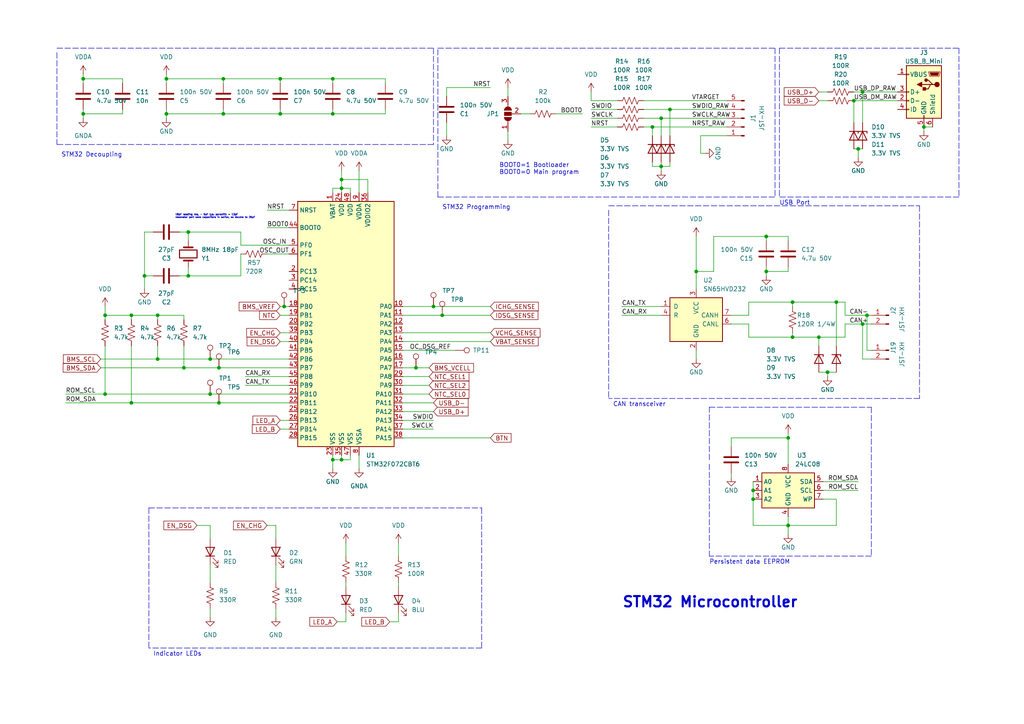
<source format=kicad_sch>
(kicad_sch (version 20211123) (generator eeschema)
  (paper "A4")
  (lib_symbols
    (symbol "Connector:Conn_01x02_Male" (pin_names (offset 1.016) hide)
      (property "Reference" "J" (at 0 2.54 0))
      (property "Value" "Conn_01x02_Male" (at 0 -5.08 0))
      (symbol "Conn_01x02_Male_1_1"
        (pin passive line (at 5.08 0 180) (length 3.81) (name "Pin_1") (number "1"))
        (pin passive line (at 5.08 -2.54 180) (length 3.81) (name "Pin_2") (number "2"))
      )
    )
    (symbol "Connector:Conn_01x05_Male" (pin_names (offset 1.016) hide)
      (property "Reference" "J" (at 0 7.62 0))
      (property "Value" "Conn_01x05_Male" (at 0 -7.62 0))
      (symbol "Conn_01x05_Male_1_1"
        (pin passive line (at 5.08 5.08 180) (length 3.81) (name "Pin_1") (number "1"))
        (pin passive line (at 5.08 2.54 180) (length 3.81) (name "Pin_2") (number "2"))
        (pin passive line (at 5.08 0 180) (length 3.81) (name "Pin_3") (number "3"))
        (pin passive line (at 5.08 -2.54 180) (length 3.81) (name "Pin_4") (number "4"))
        (pin passive line (at 5.08 -5.08 180) (length 3.81) (name "Pin_5") (number "5"))
      )
    )
    (symbol "Connector:TestPoint" (pin_numbers hide) (pin_names (offset 0.762) hide)
      (property "Reference" "TP" (at 0 6.858 0))
      (property "Value" "TestPoint" (at 0 5.08 0))
      (symbol "TestPoint_1_1"
        (pin passive line (at 0 0 90) (length 2.54) (name "1") (number "1"))
      )
    )
    (symbol "Connector:USB_B_Mini" (pin_names (offset 1.016))
      (property "Reference" "J" (at -5.08 11.43 0))
      (property "Value" "USB_B_Mini" (at -5.08 8.89 0))
      (symbol "USB_B_Mini_1_1"
        (pin power_out line (at 7.62 5.08 180) (length 2.54) (name "VBUS") (number "1"))
        (pin bidirectional line (at 7.62 -2.54 180) (length 2.54) (name "D-") (number "2"))
        (pin bidirectional line (at 7.62 0 180) (length 2.54) (name "D+") (number "3"))
        (pin passive line (at 7.62 -5.08 180) (length 2.54) (name "ID") (number "4"))
        (pin power_out line (at 0 -10.16 90) (length 2.54) (name "GND") (number "5"))
        (pin passive line (at -2.54 -10.16 90) (length 2.54) (name "Shield") (number "6"))
      )
    )
    (symbol "Device:C" (pin_numbers hide) (pin_names (offset 0.254))
      (property "Reference" "C" (at 0.635 2.54 0))
      (property "Value" "C" (at 0.635 -2.54 0))
      (symbol "C_1_1"
        (pin passive line (at 0 3.81 270) (length 2.794) (name "~") (number "1"))
        (pin passive line (at 0 -3.81 90) (length 2.794) (name "~") (number "2"))
      )
    )
    (symbol "Device:Crystal" (pin_numbers hide) (pin_names (offset 1.016) hide)
      (property "Reference" "Y" (at 0 3.81 0))
      (property "Value" "Crystal" (at 0 -3.81 0))
      (symbol "Crystal_1_1"
        (pin passive line (at -3.81 0 0) (length 1.27) (name "1") (number "1"))
        (pin passive line (at 3.81 0 180) (length 1.27) (name "2") (number "2"))
      )
    )
    (symbol "Device:LED" (pin_numbers hide) (pin_names (offset 1.016) hide)
      (property "Reference" "D" (at 0 2.54 0))
      (property "Value" "LED" (at 0 -2.54 0))
      (symbol "LED_1_1"
        (pin passive line (at -3.81 0 0) (length 2.54) (name "K") (number "1"))
        (pin passive line (at 3.81 0 180) (length 2.54) (name "A") (number "2"))
      )
    )
    (symbol "Device:R_US" (pin_numbers hide) (pin_names (offset 0))
      (property "Reference" "R" (at 2.54 0 90))
      (property "Value" "R_US" (at -2.54 0 90))
      (symbol "R_US_1_1"
        (pin passive line (at 0 3.81 270) (length 1.27) (name "~") (number "1"))
        (pin passive line (at 0 -3.81 90) (length 1.27) (name "~") (number "2"))
      )
    )
    (symbol "Diode:ESD5Zxx" (pin_numbers hide) (pin_names hide)
      (property "Reference" "D" (at 0 2.54 0))
      (property "Value" "ESD5Zxx" (at 0 -2.54 0))
      (symbol "ESD5Zxx_1_1"
        (pin passive line (at -3.81 0 0) (length 2.54) (name "K") (number "1"))
        (pin passive line (at 3.81 0 180) (length 2.54) (name "A") (number "2"))
      )
    )
    (symbol "Interface_CAN_LIN:SN65HVD232" (pin_names (offset 1.016))
      (property "Reference" "U" (at -2.54 10.16 0))
      (property "Value" "SN65HVD232" (at -2.54 7.62 0))
      (symbol "SN65HVD232_1_1"
        (pin input line (at -10.16 2.54 0) (length 2.54) (name "D") (number "1"))
        (pin power_in line (at 0 -10.16 90) (length 2.54) (name "GND") (number "2"))
        (pin power_in line (at 0 7.62 270) (length 2.54) (name "VCC") (number "3"))
        (pin output line (at -10.16 0 0) (length 2.54) (name "R") (number "4"))
        (pin no_connect line (at -10.16 -2.54 0) (length 2.54) hide (name "NC") (number "5"))
        (pin bidirectional line (at 10.16 -2.54 180) (length 2.54) (name "CANL") (number "6"))
        (pin bidirectional line (at 10.16 0 180) (length 2.54) (name "CANH") (number "7"))
        (pin no_connect line (at -10.16 -5.08 0) (length 2.54) hide (name "NC") (number "8"))
      )
    )
    (symbol "Jumper:SolderJumper_3_Open" (pin_names (offset 0) hide)
      (property "Reference" "JP" (at -2.54 -2.54 0))
      (property "Value" "SolderJumper_3_Open" (at 0 2.794 0))
      (symbol "SolderJumper_3_Open_1_1"
        (pin passive line (at -5.08 0 0) (length 2.54) (name "A") (number "1"))
        (pin passive line (at 0 -3.81 90) (length 2.54) (name "C") (number "2"))
        (pin passive line (at 5.08 0 180) (length 2.54) (name "B") (number "3"))
      )
    )
    (symbol "MCU_ST_STM32F0:STM32F072C8Tx"
      (property "Reference" "U" (at -15.24 36.83 0))
      (property "Value" "STM32F072C8Tx" (at 7.62 36.83 0))
      (symbol "STM32F072C8Tx_1_1"
        (pin power_in line (at -5.08 38.1 270) (length 2.54) (name "VBAT") (number "1"))
        (pin bidirectional line (at 15.24 5.08 180) (length 2.54) (name "PA0") (number "10"))
        (pin bidirectional line (at 15.24 2.54 180) (length 2.54) (name "PA1") (number "11"))
        (pin bidirectional line (at 15.24 0 180) (length 2.54) (name "PA2") (number "12"))
        (pin bidirectional line (at 15.24 -2.54 180) (length 2.54) (name "PA3") (number "13"))
        (pin bidirectional line (at 15.24 -5.08 180) (length 2.54) (name "PA4") (number "14"))
        (pin bidirectional line (at 15.24 -7.62 180) (length 2.54) (name "PA5") (number "15"))
        (pin bidirectional line (at 15.24 -10.16 180) (length 2.54) (name "PA6") (number "16"))
        (pin bidirectional line (at 15.24 -12.7 180) (length 2.54) (name "PA7") (number "17"))
        (pin bidirectional line (at -17.78 5.08 0) (length 2.54) (name "PB0") (number "18"))
        (pin bidirectional line (at -17.78 2.54 0) (length 2.54) (name "PB1") (number "19"))
        (pin bidirectional line (at -17.78 15.24 0) (length 2.54) (name "PC13") (number "2"))
        (pin bidirectional line (at -17.78 0 0) (length 2.54) (name "PB2") (number "20"))
        (pin bidirectional line (at -17.78 -20.32 0) (length 2.54) (name "PB10") (number "21"))
        (pin bidirectional line (at -17.78 -22.86 0) (length 2.54) (name "PB11") (number "22"))
        (pin power_in line (at -5.08 -38.1 90) (length 2.54) (name "VSS") (number "23"))
        (pin power_in line (at -2.54 38.1 270) (length 2.54) (name "VDD") (number "24"))
        (pin bidirectional line (at -17.78 -25.4 0) (length 2.54) (name "PB12") (number "25"))
        (pin bidirectional line (at -17.78 -27.94 0) (length 2.54) (name "PB13") (number "26"))
        (pin bidirectional line (at -17.78 -30.48 0) (length 2.54) (name "PB14") (number "27"))
        (pin bidirectional line (at -17.78 -33.02 0) (length 2.54) (name "PB15") (number "28"))
        (pin bidirectional line (at 15.24 -15.24 180) (length 2.54) (name "PA8") (number "29"))
        (pin bidirectional line (at -17.78 12.7 0) (length 2.54) (name "PC14") (number "3"))
        (pin bidirectional line (at 15.24 -17.78 180) (length 2.54) (name "PA9") (number "30"))
        (pin bidirectional line (at 15.24 -20.32 180) (length 2.54) (name "PA10") (number "31"))
        (pin bidirectional line (at 15.24 -22.86 180) (length 2.54) (name "PA11") (number "32"))
        (pin bidirectional line (at 15.24 -25.4 180) (length 2.54) (name "PA12") (number "33"))
        (pin bidirectional line (at 15.24 -27.94 180) (length 2.54) (name "PA13") (number "34"))
        (pin power_in line (at -2.54 -38.1 90) (length 2.54) (name "VSS") (number "35"))
        (pin power_in line (at 5.08 38.1 270) (length 2.54) (name "VDDIO2") (number "36"))
        (pin bidirectional line (at 15.24 -30.48 180) (length 2.54) (name "PA14") (number "37"))
        (pin bidirectional line (at 15.24 -33.02 180) (length 2.54) (name "PA15") (number "38"))
        (pin bidirectional line (at -17.78 -2.54 0) (length 2.54) (name "PB3") (number "39"))
        (pin bidirectional line (at -17.78 10.16 0) (length 2.54) (name "PC15") (number "4"))
        (pin bidirectional line (at -17.78 -5.08 0) (length 2.54) (name "PB4") (number "40"))
        (pin bidirectional line (at -17.78 -7.62 0) (length 2.54) (name "PB5") (number "41"))
        (pin bidirectional line (at -17.78 -10.16 0) (length 2.54) (name "PB6") (number "42"))
        (pin bidirectional line (at -17.78 -12.7 0) (length 2.54) (name "PB7") (number "43"))
        (pin input line (at -17.78 27.94 0) (length 2.54) (name "BOOT0") (number "44"))
        (pin bidirectional line (at -17.78 -15.24 0) (length 2.54) (name "PB8") (number "45"))
        (pin bidirectional line (at -17.78 -17.78 0) (length 2.54) (name "PB9") (number "46"))
        (pin power_in line (at 0 -38.1 90) (length 2.54) (name "VSS") (number "47"))
        (pin power_in line (at 0 38.1 270) (length 2.54) (name "VDD") (number "48"))
        (pin input line (at -17.78 22.86 0) (length 2.54) (name "PF0") (number "5"))
        (pin input line (at -17.78 20.32 0) (length 2.54) (name "PF1") (number "6"))
        (pin input line (at -17.78 33.02 0) (length 2.54) (name "NRST") (number "7"))
        (pin power_in line (at 2.54 -38.1 90) (length 2.54) (name "VSSA") (number "8"))
        (pin power_in line (at 2.54 38.1 270) (length 2.54) (name "VDDA") (number "9"))
      )
    )
    (symbol "Memory_EEPROM:24LC08"
      (property "Reference" "U" (at -6.35 6.35 0))
      (property "Value" "24LC08" (at 1.27 6.35 0))
      (symbol "24LC08_1_1"
        (pin input line (at -10.16 2.54 0) (length 2.54) (name "A0") (number "1"))
        (pin input line (at -10.16 0 0) (length 2.54) (name "A1") (number "2"))
        (pin input line (at -10.16 -2.54 0) (length 2.54) (name "A2") (number "3"))
        (pin power_in line (at 0 -7.62 90) (length 2.54) (name "GND") (number "4"))
        (pin bidirectional line (at 10.16 2.54 180) (length 2.54) (name "SDA") (number "5"))
        (pin input line (at 10.16 0 180) (length 2.54) (name "SCL") (number "6"))
        (pin input line (at 10.16 -2.54 180) (length 2.54) (name "WP") (number "7"))
        (pin power_in line (at 0 7.62 270) (length 2.54) (name "VCC") (number "8"))
      )
    )
    (symbol "power:GND" (power) (pin_names (offset 0))
      (property "Value" "GND" (at 0 -3.81 0))
      (symbol "GND_1_1"
        (pin power_in line (at 0 0 270) (length 0) hide (name "GND") (number "1"))
      )
    )
    (symbol "power:GNDA" (power) (pin_names (offset 0))
      (property "Value" "GNDA" (at 0 -3.81 0))
      (symbol "GNDA_1_1"
        (pin power_in line (at 0 0 270) (length 0) hide (name "GNDA") (number "1"))
      )
    )
    (symbol "power:VDD" (power) (pin_names (offset 0))
      (property "Value" "VDD" (at 0 3.81 0))
      (symbol "VDD_1_1"
        (pin power_in line (at 0 0 90) (length 0) hide (name "VDD") (number "1"))
      )
    )
    (symbol "power:VDDA" (power) (pin_names (offset 0))
      (property "Value" "VDDA" (at 0 3.81 0))
      (symbol "VDDA_1_1"
        (pin power_in line (at 0 0 90) (length 0) hide (name "VDDA") (number "1"))
      )
    )
  )
  (junction (at 24.13 33.02))
  (junction (at 267.97 36.83))
  (junction (at 38.1 116.84))
  (junction (at 228.6 127))
  (junction (at 191.77 48.26))
  (junction (at 63.5 106.68))
  (junction (at 48.26 33.02))
  (junction (at 218.44 142.24))
  (junction (at 81.28 33.02))
  (junction (at 250.19 26.67))
  (junction (at 128.27 91.44))
  (junction (at 60.96 104.14))
  (junction (at 229.87 87.63))
  (junction (at 222.25 68.58))
  (junction (at 99.06 52.07))
  (junction (at 222.25 78.74))
  (junction (at 38.1 91.44))
  (junction (at 99.06 133.35))
  (junction (at 250.19 93.98))
  (junction (at 228.6 152.4))
  (junction (at 81.28 22.86))
  (junction (at 63.5 116.84))
  (junction (at 53.34 106.68))
  (junction (at 45.72 91.44))
  (junction (at 96.52 33.02))
  (junction (at 125.73 88.9))
  (junction (at 96.52 22.86))
  (junction (at 240.03 107.95))
  (junction (at 247.65 29.21))
  (junction (at 64.77 22.86))
  (junction (at 30.48 114.3))
  (junction (at 60.96 114.3))
  (junction (at 64.77 33.02))
  (junction (at 82.429 88.9))
  (junction (at 242.57 87.63))
  (junction (at 189.23 36.83))
  (junction (at 41.91 80.01))
  (junction (at 99.06 54.61))
  (junction (at 251.46 91.44))
  (junction (at 30.48 91.44))
  (junction (at 45.72 104.14))
  (junction (at 48.26 22.86))
  (junction (at 120.65 106.68))
  (junction (at 54.61 67.31))
  (junction (at 229.87 97.79))
  (junction (at 218.44 144.78))
  (junction (at 54.61 80.01))
  (junction (at 194.31 31.75))
  (junction (at 201.93 78.74))
  (junction (at 96.52 133.35))
  (junction (at 191.77 34.29))
  (junction (at 248.92 43.18))
  (junction (at 24.13 22.86))
  (junction (at 237.49 97.79))
  (wire (pts (xy 245.11 93.98) (xy 250.19 93.98)))
  (wire (pts (xy 99.06 54.61) (xy 101.6 54.61)))
  (wire (pts (xy 71.12 111.76) (xy 83.82 111.76)))
  (wire (pts (xy 116.84 116.84) (xy 125.73 116.84)))
  (wire (pts (xy 207.01 68.58) (xy 207.01 78.74)))
  (wire (pts (xy 35.56 33.02) (xy 24.13 33.02)))
  (wire (pts (xy 100.33 157.48) (xy 100.33 161.29)))
  (wire (pts (xy 228.6 77.47) (xy 228.6 78.74)))
  (wire (pts (xy 128.27 91.44) (xy 142.24 91.44)))
  (wire (pts (xy 237.49 107.95) (xy 240.03 107.95)))
  (wire (pts (xy 161.29 33.02) (xy 168.91 33.02)))
  (wire (pts (xy 212.09 91.44) (xy 217.17 91.44)))
  (wire (pts (xy 115.57 180.34) (xy 115.57 177.8)))
  (wire (pts (xy 104.14 49.53) (xy 104.14 55.88)))
  (wire (pts (xy 38.1 91.44) (xy 30.48 91.44)))
  (wire (pts (xy 30.48 114.3) (xy 60.96 114.3)))
  (wire (pts (xy 171.45 29.21) (xy 179.07 29.21)))
  (wire (pts (xy 24.13 22.86) (xy 35.56 22.86)))
  (wire (pts (xy 38.1 91.44) (xy 45.72 91.44)))
  (wire (pts (xy 80.01 176.53) (xy 80.01 179.07)))
  (wire (pts (xy 57.15 152.4) (xy 60.96 152.4)))
  (polyline (pts (xy 139.7 147.32) (xy 139.7 187.96)))
  (wire (pts (xy 81.28 96.52) (xy 83.82 96.52)))
  (polyline (pts (xy 127 57.15) (xy 127 13.97)))
  (wire (pts (xy 151.13 33.02) (xy 153.67 33.02)))
  (wire (pts (xy 96.52 55.88) (xy 96.52 54.61)))
  (wire (pts (xy 80.01 163.83) (xy 80.01 168.91)))
  (wire (pts (xy 44.45 80.01) (xy 41.91 80.01)))
  (polyline (pts (xy 205.74 134.62) (xy 205.74 161.29)))
  (polyline (pts (xy 266.7 59.69) (xy 266.7 115.57)))
  (wire (pts (xy 186.69 29.21) (xy 210.82 29.21)))
  (wire (pts (xy 48.26 33.02) (xy 48.26 34.29)))
  (wire (pts (xy 248.92 43.18) (xy 248.92 45.72)))
  (wire (pts (xy 203.2 44.45) (xy 203.2 39.37)))
  (wire (pts (xy 218.44 139.7) (xy 218.44 142.24)))
  (wire (pts (xy 201.93 78.74) (xy 201.93 83.82)))
  (polyline (pts (xy 205.74 118.11) (xy 252.73 118.11)))
  (wire (pts (xy 113.03 180.34) (xy 115.57 180.34)))
  (wire (pts (xy 38.1 116.84) (xy 63.5 116.84)))
  (wire (pts (xy 52.07 80.01) (xy 54.61 80.01)))
  (wire (pts (xy 120.65 106.68) (xy 124.46 106.68)))
  (wire (pts (xy 245.11 91.44) (xy 251.46 91.44)))
  (wire (pts (xy 96.52 33.02) (xy 111.76 33.02)))
  (wire (pts (xy 237.49 29.21) (xy 240.03 29.21)))
  (polyline (pts (xy 278.13 13.97) (xy 278.13 57.15)))
  (wire (pts (xy 228.6 152.4) (xy 228.6 149.86)))
  (polyline (pts (xy 43.18 147.32) (xy 43.18 187.96)))
  (wire (pts (xy 191.77 48.26) (xy 194.31 48.26)))
  (wire (pts (xy 54.61 67.31) (xy 69.85 67.31)))
  (wire (pts (xy 38.1 100.33) (xy 38.1 116.84)))
  (wire (pts (xy 242.57 144.78) (xy 242.57 152.4)))
  (wire (pts (xy 250.19 104.14) (xy 250.19 93.98)))
  (wire (pts (xy 60.96 163.83) (xy 60.96 168.91)))
  (wire (pts (xy 229.87 97.79) (xy 229.87 96.52)))
  (wire (pts (xy 41.91 67.31) (xy 44.45 67.31)))
  (wire (pts (xy 250.19 93.98) (xy 252.73 93.98)))
  (wire (pts (xy 116.84 111.76) (xy 124.46 111.76)))
  (wire (pts (xy 217.17 91.44) (xy 217.17 87.63)))
  (wire (pts (xy 96.52 22.86) (xy 96.52 24.13)))
  (polyline (pts (xy 16.51 13.97) (xy 125.73 13.97)))
  (wire (pts (xy 116.84 99.06) (xy 142.24 99.06)))
  (wire (pts (xy 228.6 69.85) (xy 228.6 68.58)))
  (wire (pts (xy 240.03 107.95) (xy 242.57 107.95)))
  (wire (pts (xy 54.61 80.01) (xy 69.85 80.01)))
  (wire (pts (xy 48.26 33.02) (xy 64.77 33.02)))
  (wire (pts (xy 81.28 124.46) (xy 83.82 124.46)))
  (wire (pts (xy 212.09 129.54) (xy 212.09 127)))
  (wire (pts (xy 247.65 29.21) (xy 260.35 29.21)))
  (wire (pts (xy 247.65 29.21) (xy 247.65 35.56)))
  (wire (pts (xy 228.6 68.58) (xy 222.25 68.58)))
  (wire (pts (xy 207.01 78.74) (xy 201.93 78.74)))
  (polyline (pts (xy 176.53 59.69) (xy 266.7 59.69)))
  (wire (pts (xy 24.13 21.59) (xy 24.13 22.86)))
  (wire (pts (xy 45.72 100.33) (xy 45.72 104.14)))
  (wire (pts (xy 180.34 91.44) (xy 191.77 91.44)))
  (wire (pts (xy 116.84 91.44) (xy 128.27 91.44)))
  (polyline (pts (xy 16.51 15.24) (xy 16.51 41.91)))
  (wire (pts (xy 129.54 25.4) (xy 142.24 25.4)))
  (wire (pts (xy 111.76 22.86) (xy 111.76 24.13)))
  (wire (pts (xy 24.13 33.02) (xy 24.13 31.75)))
  (wire (pts (xy 97.79 180.34) (xy 100.33 180.34)))
  (wire (pts (xy 63.5 116.84) (xy 83.82 116.84)))
  (wire (pts (xy 81.28 99.06) (xy 83.82 99.06)))
  (wire (pts (xy 60.96 114.3) (xy 83.82 114.3)))
  (wire (pts (xy 30.48 100.33) (xy 30.48 114.3)))
  (wire (pts (xy 35.56 33.02) (xy 35.56 31.75)))
  (wire (pts (xy 19.05 114.3) (xy 30.48 114.3)))
  (wire (pts (xy 81.28 91.44) (xy 83.82 91.44)))
  (wire (pts (xy 186.69 36.83) (xy 189.23 36.83)))
  (wire (pts (xy 80.01 152.4) (xy 80.01 156.21)))
  (wire (pts (xy 247.65 26.67) (xy 250.19 26.67)))
  (wire (pts (xy 204.47 44.45) (xy 203.2 44.45)))
  (wire (pts (xy 171.45 36.83) (xy 179.07 36.83)))
  (polyline (pts (xy 176.53 60.96) (xy 176.53 115.57)))
  (wire (pts (xy 238.76 142.24) (xy 248.92 142.24)))
  (wire (pts (xy 218.44 144.78) (xy 218.44 152.4)))
  (polyline (pts (xy 125.73 41.91) (xy 16.51 41.91)))
  (wire (pts (xy 81.28 22.86) (xy 81.28 24.13)))
  (wire (pts (xy 191.77 46.99) (xy 191.77 48.26)))
  (wire (pts (xy 116.84 114.3) (xy 124.46 114.3)))
  (wire (pts (xy 116.84 106.68) (xy 120.65 106.68)))
  (polyline (pts (xy 127 57.15) (xy 224.79 57.15)))
  (wire (pts (xy 116.84 101.6) (xy 132.08 101.6)))
  (wire (pts (xy 41.91 83.82) (xy 41.91 80.01)))
  (wire (pts (xy 60.96 152.4) (xy 60.96 156.21)))
  (wire (pts (xy 60.96 104.14) (xy 83.82 104.14)))
  (wire (pts (xy 237.49 26.67) (xy 240.03 26.67)))
  (wire (pts (xy 101.6 133.35) (xy 99.06 133.35)))
  (wire (pts (xy 228.6 127) (xy 228.6 134.62)))
  (wire (pts (xy 96.52 54.61) (xy 99.06 54.61)))
  (wire (pts (xy 240.03 107.95) (xy 240.03 109.22)))
  (wire (pts (xy 48.26 33.02) (xy 48.26 31.75)))
  (wire (pts (xy 248.92 43.18) (xy 250.19 43.18)))
  (wire (pts (xy 116.84 127) (xy 142.24 127)))
  (wire (pts (xy 99.06 49.53) (xy 99.06 52.07)))
  (wire (pts (xy 191.77 48.26) (xy 191.77 49.53)))
  (wire (pts (xy 60.96 176.53) (xy 60.96 179.07)))
  (polyline (pts (xy 226.06 13.97) (xy 278.13 13.97)))
  (wire (pts (xy 191.77 39.37) (xy 191.77 34.29)))
  (wire (pts (xy 147.32 25.4) (xy 147.32 27.94)))
  (wire (pts (xy 81.28 33.02) (xy 96.52 33.02)))
  (wire (pts (xy 218.44 142.24) (xy 218.44 144.78)))
  (wire (pts (xy 222.25 78.74) (xy 222.25 80.01)))
  (wire (pts (xy 81.28 33.02) (xy 81.28 31.75)))
  (polyline (pts (xy 226.06 13.97) (xy 226.06 57.15)))
  (wire (pts (xy 194.31 31.75) (xy 194.31 39.37)))
  (wire (pts (xy 212.09 137.16) (xy 212.09 138.43)))
  (wire (pts (xy 186.69 34.29) (xy 191.77 34.29)))
  (wire (pts (xy 96.52 133.35) (xy 99.06 133.35)))
  (wire (pts (xy 207.01 68.58) (xy 222.25 68.58)))
  (wire (pts (xy 217.17 87.63) (xy 229.87 87.63)))
  (wire (pts (xy 252.73 101.6) (xy 251.46 101.6)))
  (polyline (pts (xy 127 13.97) (xy 224.79 13.97)))
  (wire (pts (xy 129.54 35.56) (xy 129.54 39.37)))
  (wire (pts (xy 48.26 22.86) (xy 48.26 24.13)))
  (wire (pts (xy 217.17 93.98) (xy 217.17 97.79)))
  (wire (pts (xy 96.52 132.08) (xy 96.52 133.35)))
  (wire (pts (xy 29.21 104.14) (xy 45.72 104.14)))
  (wire (pts (xy 45.72 104.14) (xy 60.96 104.14)))
  (wire (pts (xy 242.57 87.63) (xy 245.11 87.63)))
  (wire (pts (xy 201.93 101.6) (xy 201.93 104.14)))
  (wire (pts (xy 194.31 48.26) (xy 194.31 46.99)))
  (wire (pts (xy 251.46 101.6) (xy 251.46 91.44)))
  (wire (pts (xy 180.34 88.9) (xy 191.77 88.9)))
  (wire (pts (xy 99.06 55.88) (xy 99.06 54.61)))
  (polyline (pts (xy 252.73 161.29) (xy 205.74 161.29)))
  (wire (pts (xy 201.93 68.58) (xy 201.93 78.74)))
  (wire (pts (xy 116.84 124.46) (xy 125.73 124.46)))
  (wire (pts (xy 101.6 132.08) (xy 101.6 133.35)))
  (wire (pts (xy 116.84 96.52) (xy 142.24 96.52)))
  (wire (pts (xy 247.65 43.18) (xy 248.92 43.18)))
  (wire (pts (xy 38.1 92.71) (xy 38.1 91.44)))
  (wire (pts (xy 96.52 22.86) (xy 111.76 22.86)))
  (wire (pts (xy 69.85 71.12) (xy 69.85 67.31)))
  (wire (pts (xy 267.97 36.83) (xy 270.51 36.83)))
  (polyline (pts (xy 224.79 13.97) (xy 224.79 57.15)))
  (wire (pts (xy 81.28 121.92) (xy 83.82 121.92)))
  (polyline (pts (xy 205.74 133.35) (xy 205.74 118.11)))
  (wire (pts (xy 81.28 22.86) (xy 96.52 22.86)))
  (wire (pts (xy 54.61 67.31) (xy 52.07 67.31)))
  (wire (pts (xy 242.57 152.4) (xy 228.6 152.4)))
  (wire (pts (xy 83.82 71.12) (xy 69.85 71.12)))
  (wire (pts (xy 69.85 73.66) (xy 69.85 80.01)))
  (wire (pts (xy 242.57 87.63) (xy 242.57 100.33)))
  (wire (pts (xy 45.72 92.71) (xy 45.72 91.44)))
  (wire (pts (xy 30.48 91.44) (xy 30.48 92.71)))
  (wire (pts (xy 238.76 139.7) (xy 248.92 139.7)))
  (wire (pts (xy 30.48 88.9) (xy 30.48 91.44)))
  (wire (pts (xy 212.09 93.98) (xy 217.17 93.98)))
  (wire (pts (xy 171.45 26.67) (xy 171.45 29.21)))
  (wire (pts (xy 111.76 33.02) (xy 111.76 31.75)))
  (wire (pts (xy 171.45 34.29) (xy 179.07 34.29)))
  (polyline (pts (xy 125.73 13.97) (xy 125.73 41.91)))
  (wire (pts (xy 83.82 66.04) (xy 77.47 66.04)))
  (wire (pts (xy 82.429 88.9) (xy 83.82 88.9)))
  (wire (pts (xy 115.57 157.48) (xy 115.57 161.29)))
  (wire (pts (xy 48.26 22.86) (xy 64.77 22.86)))
  (wire (pts (xy 35.56 22.86) (xy 35.56 24.13)))
  (polyline (pts (xy 139.7 187.96) (xy 43.18 187.96)))
  (wire (pts (xy 222.25 69.85) (xy 222.25 68.58)))
  (wire (pts (xy 189.23 46.99) (xy 189.23 48.26)))
  (wire (pts (xy 24.13 22.86) (xy 24.13 24.13)))
  (wire (pts (xy 54.61 80.01) (xy 54.61 77.47)))
  (wire (pts (xy 106.68 52.07) (xy 106.68 55.88)))
  (wire (pts (xy 45.72 91.44) (xy 53.34 91.44)))
  (wire (pts (xy 115.57 168.91) (xy 115.57 170.18)))
  (wire (pts (xy 237.49 97.79) (xy 237.49 100.33)))
  (wire (pts (xy 77.47 73.66) (xy 83.82 73.66)))
  (wire (pts (xy 77.47 152.4) (xy 80.01 152.4)))
  (wire (pts (xy 238.76 144.78) (xy 242.57 144.78)))
  (wire (pts (xy 147.32 40.64) (xy 147.32 38.1)))
  (wire (pts (xy 64.77 33.02) (xy 81.28 33.02)))
  (wire (pts (xy 64.77 33.02) (xy 64.77 31.75)))
  (wire (pts (xy 53.34 106.68) (xy 63.5 106.68)))
  (polyline (pts (xy 266.7 115.57) (xy 176.53 115.57)))
  (wire (pts (xy 212.09 127) (xy 228.6 127)))
  (wire (pts (xy 267.97 36.83) (xy 267.97 38.1)))
  (wire (pts (xy 54.61 69.85) (xy 54.61 67.31)))
  (wire (pts (xy 228.6 152.4) (xy 228.6 154.94)))
  (wire (pts (xy 48.26 21.59) (xy 48.26 22.86)))
  (wire (pts (xy 29.21 106.68) (xy 53.34 106.68)))
  (wire (pts (xy 116.84 119.38) (xy 125.73 119.38)))
  (wire (pts (xy 229.87 87.63) (xy 229.87 88.9)))
  (wire (pts (xy 81.28 88.9) (xy 82.429 88.9)))
  (wire (pts (xy 116.84 121.92) (xy 125.73 121.92)))
  (wire (pts (xy 63.5 106.68) (xy 83.82 106.68)))
  (polyline (pts (xy 278.13 57.15) (xy 226.06 57.15)))
  (wire (pts (xy 116.84 88.9) (xy 125.73 88.9)))
  (wire (pts (xy 222.25 77.47) (xy 222.25 78.74)))
  (wire (pts (xy 228.6 125.73) (xy 228.6 127)))
  (wire (pts (xy 24.13 33.02) (xy 24.13 34.29)))
  (wire (pts (xy 100.33 168.91) (xy 100.33 170.18)))
  (wire (pts (xy 77.47 60.96) (xy 83.82 60.96)))
  (wire (pts (xy 71.12 109.22) (xy 83.82 109.22)))
  (wire (pts (xy 252.73 104.14) (xy 250.19 104.14)))
  (polyline (pts (xy 252.73 118.11) (xy 252.73 161.29)))
  (wire (pts (xy 250.19 26.67) (xy 260.35 26.67)))
  (wire (pts (xy 251.46 91.44) (xy 252.73 91.44)))
  (wire (pts (xy 100.33 180.34) (xy 100.33 177.8)))
  (wire (pts (xy 96.52 33.02) (xy 96.52 31.75)))
  (wire (pts (xy 237.49 97.79) (xy 245.11 97.79)))
  (wire (pts (xy 245.11 93.98) (xy 245.11 97.79)))
  (wire (pts (xy 53.34 92.71) (xy 53.34 91.44)))
  (wire (pts (xy 104.14 132.08) (xy 104.14 135.89)))
  (polyline (pts (xy 43.18 147.32) (xy 139.7 147.32)))
  (wire (pts (xy 99.06 133.35) (xy 99.06 132.08)))
  (wire (pts (xy 64.77 22.86) (xy 81.28 22.86)))
  (wire (pts (xy 229.87 97.79) (xy 237.49 97.79)))
  (wire (pts (xy 116.84 109.22) (xy 124.46 109.22)))
  (wire (pts (xy 171.45 31.75) (xy 179.07 31.75)))
  (wire (pts (xy 186.69 31.75) (xy 194.31 31.75)))
  (wire (pts (xy 99.06 54.61) (xy 99.06 52.07)))
  (wire (pts (xy 228.6 78.74) (xy 222.25 78.74)))
  (wire (pts (xy 189.23 48.26) (xy 191.77 48.26)))
  (wire (pts (xy 125.73 88.9) (xy 142.24 88.9)))
  (wire (pts (xy 203.2 39.37) (xy 210.82 39.37)))
  (wire (pts (xy 99.06 52.07) (xy 106.68 52.07)))
  (wire (pts (xy 189.23 36.83) (xy 189.23 39.37)))
  (wire (pts (xy 191.77 34.29) (xy 210.82 34.29)))
  (wire (pts (xy 218.44 152.4) (xy 228.6 152.4)))
  (wire (pts (xy 64.77 22.86) (xy 64.77 24.13)))
  (wire (pts (xy 101.6 54.61) (xy 101.6 55.88)))
  (wire (pts (xy 96.52 135.89) (xy 96.52 133.35)))
  (wire (pts (xy 19.05 116.84) (xy 38.1 116.84)))
  (wire (pts (xy 41.91 67.31) (xy 41.91 80.01)))
  (wire (pts (xy 189.23 36.83) (xy 210.82 36.83)))
  (wire (pts (xy 53.34 100.33) (xy 53.34 106.68)))
  (wire (pts (xy 194.31 31.75) (xy 210.82 31.75)))
  (wire (pts (xy 217.17 97.79) (xy 229.87 97.79)))
  (wire (pts (xy 129.54 27.94) (xy 129.54 25.4)))
  (wire (pts (xy 250.19 26.67) (xy 250.19 35.56)))
  (wire (pts (xy 229.87 87.63) (xy 242.57 87.63)))
  (wire (pts (xy 245.11 91.44) (xy 245.11 87.63)))
  (text "Persistent data EEPROM" (at 205.74 163.83 0) (effects (font (size 1.27 1.27)) (justify left bottom)))
  (text "USB Port" (at 226.06 59.69 0) (effects (font (size 1.27 1.27)) (justify left bottom)))
  (text "18pF loading req. - 5pF typ. parasitic = 13pF\nresonator port sees capacitors in series, so double to 26pF" (at 50.8 63.5 0) (effects (font (size 0.5 0.5)) (justify left bottom)))
  (text "BOOT0=1 Bootloader\nBOOT0=0 Main program" (at 144.78 50.8 0) (effects (font (size 1.27 1.27)) (justify left bottom)))
  (text "STM32 Programming" (at 128.27 60.96 0) (effects (font (size 1.27 1.27)) (justify left bottom)))
  (text "Indicator LEDs" (at 44.45 190.5 0) (effects (font (size 1.27 1.27)) (justify left bottom)))
  (text "CAN transceiver" (at 177.8 118.11 0) (effects (font (size 1.27 1.27)) (justify left bottom)))
  (text "STM32 Decoupling" (at 17.78 45.72 0) (effects (font (size 1.27 1.27)) (justify left bottom)))
  (text "STM32 Microcontroller" (at 180.34 176.53 0) (effects (font (size 3 3) bold) (justify left bottom)))
  (label "ROM_SDA" (at 248.92 139.7 180))
  (label "VTARGET" (at 200.66 29.21 0))
  (label "USB_DP_RAW" (at 247.65 26.67 0))
  (label "BOOT0" (at 77.47 66.04 0))
  (label "NRST" (at 171.45 36.83 0))
  (label "CAN-" (at 246.38 91.44 0))
  (label "ROM_SDA" (at 19.05 116.84 0))
  (label "USB_DM_RAW" (at 247.65 29.21 0))
  (label "ROM_SCL" (at 19.05 114.3 0))
  (label "SWDIO" (at 171.45 31.75 0))
  (label "CAN+" (at 246.38 93.98 0))
  (label "SWDIO_RAW" (at 200.66 31.75 0))
  (label "SWCLK_RAW" (at 200.66 34.29 0))
  (label "NRST_RAW" (at 200.66 36.83 0))
  (label "OSC_OUT" (at 83.82 73.66 180))
  (label "SWCLK" (at 171.45 34.29 0))
  (label "OC_DSG_REF" (at 130.81 101.6 180))
  (label "SWDIO" (at 125.73 121.92 180))
  (label "NRST" (at 142.24 25.4 180))
  (label "OSC_IN" (at 76.2 71.12 0))
  (label "CAN_RX" (at 71.12 109.22 0))
  (label "SWCLK" (at 125.73 124.46 180))
  (label "BOOT0" (at 168.91 33.02 180))
  (label "ROM_SCL" (at 248.92 142.24 180))
  (label "NRST" (at 77.47 60.96 0))
  (label "CAN_RX" (at 180.34 91.44 0))
  (label "CAN_TX" (at 180.34 88.9 0))
  (label "CAN_TX" (at 71.12 111.76 0))
  (global_label "EN_CHG" (shape input) (at 81.28 96.52 180) (property "Intersheet References" "${INTERSHEET_REFS}" (effects hide)))
  (global_label "LED_A" (shape input) (at 97.79 180.34 180) (property "Intersheet References" "${INTERSHEET_REFS}" (effects hide)))
  (global_label "USB_D+" (shape input) (at 125.73 119.38 0) (property "Intersheet References" "${INTERSHEET_REFS}" (effects hide)))
  (global_label "BMS_SDA" (shape input) (at 29.21 106.68 180) (property "Intersheet References" "${INTERSHEET_REFS}" (effects hide)))
  (global_label "ICHG_SENSE" (shape input) (at 142.24 88.9 0) (property "Intersheet References" "${INTERSHEET_REFS}" (effects hide)))
  (global_label "NTC" (shape input) (at 81.28 91.44 180) (property "Intersheet References" "${INTERSHEET_REFS}" (effects hide)))
  (global_label "USB_D-" (shape input) (at 237.49 29.21 180) (property "Intersheet References" "${INTERSHEET_REFS}" (effects hide)))
  (global_label "EN_DSG" (shape input) (at 57.15 152.4 180) (property "Intersheet References" "${INTERSHEET_REFS}" (effects hide)))
  (global_label "BMS_VREF" (shape input) (at 81.28 88.9 180) (property "Intersheet References" "${INTERSHEET_REFS}" (effects hide)))
  (global_label "NTC_SEL0" (shape input) (at 124.46 114.3 0) (property "Intersheet References" "${INTERSHEET_REFS}" (effects hide)))
  (global_label "BMS_VCELL" (shape input) (at 124.46 106.68 0) (property "Intersheet References" "${INTERSHEET_REFS}" (effects hide)))
  (global_label "LED_B" (shape input) (at 81.28 124.46 180) (property "Intersheet References" "${INTERSHEET_REFS}" (effects hide)))
  (global_label "NTC_SEL1" (shape input) (at 124.46 109.22 0) (property "Intersheet References" "${INTERSHEET_REFS}" (effects hide)))
  (global_label "LED_B" (shape input) (at 113.03 180.34 180) (property "Intersheet References" "${INTERSHEET_REFS}" (effects hide)))
  (global_label "USB_D+" (shape input) (at 237.49 26.67 180) (property "Intersheet References" "${INTERSHEET_REFS}" (effects hide)))
  (global_label "VCHG_SENSE" (shape input) (at 142.24 96.52 0) (property "Intersheet References" "${INTERSHEET_REFS}" (effects hide)))
  (global_label "EN_DSG" (shape input) (at 81.28 99.06 180) (property "Intersheet References" "${INTERSHEET_REFS}" (effects hide)))
  (global_label "BTN" (shape input) (at 142.24 127 0) (property "Intersheet References" "${INTERSHEET_REFS}" (effects hide)))
  (global_label "USB_D-" (shape input) (at 125.73 116.84 0) (property "Intersheet References" "${INTERSHEET_REFS}" (effects hide)))
  (global_label "EN_CHG" (shape input) (at 77.47 152.4 180) (property "Intersheet References" "${INTERSHEET_REFS}" (effects hide)))
  (global_label "NTC_SEL2" (shape input) (at 124.46 111.76 0) (property "Intersheet References" "${INTERSHEET_REFS}" (effects hide)))
  (global_label "LED_A" (shape input) (at 81.28 121.92 180) (property "Intersheet References" "${INTERSHEET_REFS}" (effects hide)))
  (global_label "VBAT_SENSE" (shape input) (at 142.24 99.06 0) (property "Intersheet References" "${INTERSHEET_REFS}" (effects hide)))
  (global_label "BMS_SCL" (shape input) (at 29.21 104.14 180) (property "Intersheet References" "${INTERSHEET_REFS}" (effects hide)))
  (global_label "IDSG_SENSE" (shape input) (at 142.24 91.44 0) (property "Intersheet References" "${INTERSHEET_REFS}" (effects hide)))
  (symbol (lib_id "Memory_EEPROM:24LC08") (at 228.6 142.24 0) (unit 1)
    (property "Reference" "U3" (at 231.14 132.08 0) (effects (justify left)))
    (property "Value" "24LC08" (at 230.6194 134.62 0) (effects (justify left)))
    (property "Footprint" "Package_SO:SOIC-8_3.9x4.9mm_P1.27mm" (effects hide))
    (property "Datasheet" "http://ww1.microchip.com/downloads/en/DeviceDoc/21710J.pdf" (effects hide))
    (property "part_number" "24LC08BT-I/SN" (effects hide))
  )
  (symbol (lib_id "power:GND") (at 80.01 179.07 0) (unit 1)
    (property "Reference" "#PWR011" (effects hide))
    (property "Value" "GND" (at 80.01 184.15 0))
  )
  (symbol (lib_id "Connector:TestPoint") (at 63.5 116.84 0) (unit 1)
    (property "Reference" "TP5" (at 66.04 112.2679 0) (effects (justify left)))
    (property "Value" " " (effects hide))
    (property "Footprint" "Connector_PinHeader_1.00mm:PinHeader_1x01_P1.00mm_Vertical" (effects hide))
  )
  (symbol (lib_id "Device:C") (at 228.6 73.66 0) (unit 1)
    (property "Reference" "C12" (at 232.41 72.3899 0) (effects (justify left)))
    (property "Value" "4.7u 50V" (at 232.41 74.9299 0) (effects (justify left)))
    (property "Footprint" "Capacitor_SMD:C_1206_3216Metric_Pad1.33x1.80mm_HandSolder" (effects hide))
    (property "part_number" "GRM31CR71H475KA12L" (effects hide))
  )
  (symbol (lib_id "power:GND") (at 222.25 80.01 0) (mirror y) (unit 1)
    (property "Reference" "#PWR028" (effects hide))
    (property "Value" "GND" (at 222.25 83.82 0))
  )
  (symbol (lib_id "MCU_ST_STM32F0:STM32F072C8Tx") (at 101.6 93.98 0) (unit 1)
    (property "Reference" "U1" (at 106.1594 132.08 0) (effects (justify left)))
    (property "Value" "STM32F072CBT6" (at 106.1594 134.62 0) (effects (justify left)))
    (property "Footprint" "Package_QFP:LQFP-48_7x7mm_P0.5mm" (effects hide))
    (property "Datasheet" "http://www.st.com/st-web-ui/static/active/en/resource/technical/document/datasheet/DM00090510.pdf" (effects hide))
    (property "part_number" "STM32F072CBT6" (effects hide))
  )
  (symbol (lib_id "power:GND") (at 267.97 38.1 0) (unit 1)
    (property "Reference" "#PWR031" (effects hide))
    (property "Value" "GND" (at 267.97 41.91 0))
  )
  (symbol (lib_id "power:VDDA") (at 24.13 21.59 0) (mirror y) (unit 1)
    (property "Reference" "#PWR018" (effects hide))
    (property "Value" "VDDA" (at 24.13 16.51 0))
  )
  (symbol (lib_id "Device:LED") (at 100.33 173.99 90) (unit 1)
    (property "Reference" "D3" (at 104.14 174.3074 90) (effects (justify right)))
    (property "Value" "RED" (at 104.14 176.8474 90) (effects (justify right)))
    (property "Footprint" "LED_SMD:LED_0805_2012Metric_Pad1.15x1.40mm_HandSolder" (effects hide))
    (property "part_number" "LTST-C171KRKT" (effects hide))
  )
  (symbol (lib_id "Diode:ESD5Zxx") (at 194.31 43.18 270) (unit 1)
    (property "Reference" "D7" (at 173.99 50.8 90) (effects (justify left)))
    (property "Value" "3.3V TVS" (at 173.99 53.34 90) (effects (justify left)))
    (property "Footprint" "Diode_SMD:D_SOD-323_HandSoldering" (effects hide))
    (property "Datasheet" "https://www.onsemi.com/pdf/datasheet/esd5z2.5t1-d.pdf" (effects hide))
    (property "part_number" "ESD5Z3.3T5G" (effects hide))
  )
  (symbol (lib_id "Device:R_US") (at 73.66 73.66 90) (unit 1)
    (property "Reference" "R57" (at 73.66 76.2 90))
    (property "Value" "720R" (at 73.66 78.74 90))
    (property "Footprint" "Resistor_SMD:R_0805_2012Metric_Pad1.20x1.40mm_HandSolder" (effects hide))
    (property "part_number" "RC0805FR-07100RL" (effects hide))
  )
  (symbol (lib_id "Connector:Conn_01x05_Male") (at 215.9 34.29 180) (unit 1)
    (property "Reference" "J1" (at 218.44 34.29 90))
    (property "Value" "JST-XH" (at 220.98 34.29 90))
    (property "Footprint" "Connector_PinHeader_2.54mm:PinHeader_1x05_P2.54mm_Vertical" (effects hide))
  )
  (symbol (lib_id "Diode:ESD5Zxx") (at 242.57 104.14 270) (unit 1)
    (property "Reference" "D9" (at 222.25 106.68 90) (effects (justify left)))
    (property "Value" "3.3V TVS" (at 222.25 109.22 90) (effects (justify left)))
    (property "Footprint" "Diode_SMD:D_SOD-323_HandSoldering" (effects hide))
    (property "Datasheet" "https://www.onsemi.com/pdf/datasheet/esd5z2.5t1-d.pdf" (effects hide))
    (property "part_number" "ESD5Z3.3T5G" (effects hide))
  )
  (symbol (lib_id "power:VDD") (at 100.33 157.48 0) (unit 1)
    (property "Reference" "#PWR016" (effects hide))
    (property "Value" "VDD" (at 100.33 152.4 0))
  )
  (symbol (lib_id "Device:R_US") (at 100.33 165.1 180) (unit 1)
    (property "Reference" "R12" (at 102.87 163.8299 0) (effects (justify right)))
    (property "Value" "330R" (at 102.87 166.3699 0) (effects (justify right)))
    (property "Footprint" "Resistor_SMD:R_0805_2012Metric_Pad1.20x1.40mm_HandSolder" (effects hide))
    (property "part_number" "RC0805FR-07100RL" (effects hide))
  )
  (symbol (lib_id "power:VDDA") (at 104.14 49.53 0) (unit 1)
    (property "Reference" "#PWR014" (effects hide))
    (property "Value" "VDDA" (at 104.14 44.45 0))
  )
  (symbol (lib_id "Device:C") (at 24.13 27.94 0) (unit 1)
    (property "Reference" "C10" (at 27.94 26.6699 0) (effects (justify left)))
    (property "Value" "4.7u 50V" (at 27.94 29.21 0) (effects (justify left)))
    (property "Footprint" "Capacitor_SMD:C_1206_3216Metric_Pad1.33x1.80mm_HandSolder" (effects hide))
    (property "part_number" "GRM31CR71H475KA12L" (effects hide))
  )
  (symbol (lib_id "power:GND") (at 201.93 104.14 0) (unit 1)
    (property "Reference" "#PWR023" (effects hide))
    (property "Value" "GND" (at 201.93 107.95 0))
  )
  (symbol (lib_id "power:VDD") (at 115.57 157.48 0) (unit 1)
    (property "Reference" "#PWR0102" (effects hide))
    (property "Value" "VDD" (at 115.57 152.4 0))
  )
  (symbol (lib_id "Device:C") (at 212.09 133.35 0) (mirror x) (unit 1)
    (property "Reference" "C13" (at 215.9 134.62 0) (effects (justify left)))
    (property "Value" "100n 50V" (at 215.9 132.08 0) (effects (justify left)))
    (property "Footprint" "Capacitor_SMD:C_0805_2012Metric" (effects hide))
    (property "part_number" "GCD21BR71H104KA01L" (effects hide))
  )
  (symbol (lib_id "Connector:TestPoint") (at 82.429 88.9 0) (unit 1)
    (property "Reference" "TP3" (at 84.969 84.3279 0) (effects (justify left)))
    (property "Value" " " (effects hide))
    (property "Footprint" "Connector_PinHeader_1.00mm:PinHeader_1x01_P1.00mm_Vertical" (effects hide))
  )
  (symbol (lib_id "Device:R_US") (at 182.88 34.29 270) (unit 1)
    (property "Reference" "R16" (at 186.69 17.78 90))
    (property "Value" "100R" (at 186.69 20.32 90))
    (property "Footprint" "Resistor_SMD:R_0805_2012Metric_Pad1.20x1.40mm_HandSolder" (effects hide))
    (property "part_number" "RC0805FR-07100RL" (effects hide))
  )
  (symbol (lib_id "Interface_CAN_LIN:SN65HVD232") (at 201.93 91.44 0) (unit 1)
    (property "Reference" "U2" (at 203.9494 81.28 0) (effects (justify left)))
    (property "Value" "SN65HVD232" (at 203.9494 83.82 0) (effects (justify left)))
    (property "Footprint" "Package_SO:SOIC-8_3.9x4.9mm_P1.27mm" (effects hide))
    (property "Datasheet" "http://www.ti.com/lit/ds/symlink/sn65hvd230.pdf" (effects hide))
    (property "part_number" "SN65HVD232" (effects hide))
  )
  (symbol (lib_id "Device:C") (at 222.25 73.66 180) (unit 1)
    (property "Reference" "C15" (at 218.44 74.93 0) (effects (justify left)))
    (property "Value" "100n 50V" (at 218.44 72.39 0) (effects (justify left)))
    (property "Footprint" "Capacitor_SMD:C_0805_2012Metric" (effects hide))
    (property "part_number" "GCD21BR71H104KA01L" (effects hide))
  )
  (symbol (lib_id "Connector:TestPoint") (at 128.27 91.44 0) (unit 1)
    (property "Reference" "TP8" (at 130.81 86.8679 0) (effects (justify left)))
    (property "Value" " " (effects hide))
    (property "Footprint" "Connector_PinHeader_1.00mm:PinHeader_1x01_P1.00mm_Vertical" (effects hide))
  )
  (symbol (lib_id "Device:C") (at 96.52 27.94 0) (unit 1)
    (property "Reference" "C8" (at 100.33 26.6699 0) (effects (justify left)))
    (property "Value" "4.7u 50V" (at 100.33 29.2099 0) (effects (justify left)))
    (property "Footprint" "Capacitor_SMD:C_1206_3216Metric_Pad1.33x1.80mm_HandSolder" (effects hide))
    (property "part_number" "GRM31CR71H475KA12L" (effects hide))
  )
  (symbol (lib_id "power:GND") (at 60.96 179.07 0) (unit 1)
    (property "Reference" "#PWR05" (effects hide))
    (property "Value" "GND" (at 60.96 184.15 0))
  )
  (symbol (lib_id "power:VDD") (at 30.48 88.9 0) (unit 1)
    (property "Reference" "#PWR03" (effects hide))
    (property "Value" "VDD" (at 30.48 83.82 0))
  )
  (symbol (lib_id "Diode:ESD5Zxx") (at 189.23 43.18 270) (unit 1)
    (property "Reference" "D5" (at 173.99 40.64 90) (effects (justify left)))
    (property "Value" "3.3V TVS" (at 173.99 43.18 90) (effects (justify left)))
    (property "Footprint" "Diode_SMD:D_SOD-323_HandSoldering" (effects hide))
    (property "Datasheet" "https://www.onsemi.com/pdf/datasheet/esd5z2.5t1-d.pdf" (effects hide))
    (property "part_number" "ESD5Z3.3T5G" (effects hide))
  )
  (symbol (lib_id "power:GND") (at 240.03 109.22 0) (unit 1)
    (property "Reference" "#PWR029" (effects hide))
    (property "Value" "GND" (at 240.03 113.03 0))
  )
  (symbol (lib_id "Connector:Conn_01x02_Male") (at 257.81 91.44 0) (mirror y) (unit 1)
    (property "Reference" "J2" (at 259.08 88.9 90) (effects (justify right)))
    (property "Value" "JST-XH" (at 261.62 88.9 90) (effects (justify right)))
    (property "Footprint" "Connector_JST:JST_XH_B2B-XH-A_1x02_P2.50mm_Vertical" (effects hide))
  )
  (symbol (lib_id "Diode:ESD5Zxx") (at 247.65 39.37 270) (unit 1)
    (property "Reference" "D10" (at 252.73 36.83 90) (effects (justify left)))
    (property "Value" "3.3V TVS" (at 252.73 39.37 90) (effects (justify left)))
    (property "Footprint" "Diode_SMD:D_SOD-323_HandSoldering" (effects hide))
    (property "Datasheet" "https://www.onsemi.com/pdf/datasheet/esd5z2.5t1-d.pdf" (effects hide))
    (property "part_number" "ESD5Z3.3T5G" (effects hide))
  )
  (symbol (lib_id "Diode:ESD5Zxx") (at 191.77 43.18 270) (unit 1)
    (property "Reference" "D6" (at 173.99 45.72 90) (effects (justify left)))
    (property "Value" "3.3V TVS" (at 173.99 48.26 90) (effects (justify left)))
    (property "Footprint" "Diode_SMD:D_SOD-323_HandSoldering" (effects hide))
    (property "Datasheet" "https://www.onsemi.com/pdf/datasheet/esd5z2.5t1-d.pdf" (effects hide))
    (property "part_number" "ESD5Z3.3T5G" (effects hide))
  )
  (symbol (lib_id "power:GND") (at 191.77 49.53 0) (unit 1)
    (property "Reference" "#PWR021" (effects hide))
    (property "Value" "GND" (at 191.77 53.34 0))
  )
  (symbol (lib_id "Device:R_US") (at 182.88 29.21 270) (unit 1)
    (property "Reference" "R14" (at 180.34 17.78 90))
    (property "Value" "100R" (at 180.34 20.32 90))
    (property "Footprint" "Resistor_SMD:R_0805_2012Metric_Pad1.20x1.40mm_HandSolder" (effects hide))
    (property "part_number" "RC0805FR-07100RL" (effects hide))
  )
  (symbol (lib_id "Connector:TestPoint") (at 132.08 101.6 270) (unit 1)
    (property "Reference" "TP11" (at 137.16 101.5999 90) (effects (justify left)))
    (property "Value" "TestPoint" (effects hide))
    (property "Footprint" "TestPoint:TestPoint_Pad_D1.0mm" (effects hide))
  )
  (symbol (lib_id "Device:C") (at 81.28 27.94 0) (mirror x) (unit 1)
    (property "Reference" "C7" (at 85.09 29.21 0) (effects (justify left)))
    (property "Value" "100n 50V" (at 85.09 26.67 0) (effects (justify left)))
    (property "Footprint" "Capacitor_SMD:C_0805_2012Metric" (effects hide))
    (property "part_number" "GCD21BR71H104KA01L" (effects hide))
  )
  (symbol (lib_id "power:GND") (at 96.52 135.89 0) (unit 1)
    (property "Reference" "#PWR012" (effects hide))
    (property "Value" "GND" (at 96.52 139.7 0))
  )
  (symbol (lib_id "Connector:USB_B_Mini") (at 267.97 26.67 0) (mirror y) (unit 1)
    (property "Reference" "J3" (at 267.97 15.24 0))
    (property "Value" "USB_B_Mini" (at 267.97 17.78 0))
    (property "Footprint" "Connector_USB:USB_Mini-B_Tensility_54-00023_Vertical" (effects hide))
    (property "part_number" "54-00023" (effects hide))
  )
  (symbol (lib_id "power:GND") (at 41.91 83.82 0) (unit 1)
    (property "Reference" "#PWR06" (effects hide))
    (property "Value" "GND" (at 41.91 87.63 0))
  )
  (symbol (lib_id "Device:R_US") (at 60.96 172.72 180) (unit 1)
    (property "Reference" "R5" (at 63.5 171.4499 0) (effects (justify right)))
    (property "Value" "330R" (at 63.5 173.9899 0) (effects (justify right)))
    (property "Footprint" "Resistor_SMD:R_0805_2012Metric_Pad1.20x1.40mm_HandSolder" (effects hide))
    (property "part_number" "RC0805FR-07100RL" (effects hide))
  )
  (symbol (lib_id "power:GND") (at 204.47 44.45 90) (unit 1)
    (property "Reference" "#PWR024" (effects hide))
    (property "Value" "GND" (at 208.28 44.45 0))
  )
  (symbol (lib_id "Connector:TestPoint") (at 125.73 88.9 0) (unit 1)
    (property "Reference" "TP7" (at 128.27 84.3279 0) (effects (justify left)))
    (property "Value" " " (effects hide))
    (property "Footprint" "Connector_PinHeader_1.00mm:PinHeader_1x01_P1.00mm_Vertical" (effects hide))
  )
  (symbol (lib_id "Device:C") (at 48.26 80.01 90) (mirror x) (unit 1)
    (property "Reference" "C2" (at 48.26 87.63 90))
    (property "Value" "27pF" (at 48.26 85.09 90))
    (property "Footprint" "Capacitor_SMD:C_0805_2012Metric_Pad1.18x1.45mm_HandSolder" (effects hide))
    (property "part_number" "CC0805FRNPO9BN270" (effects hide))
  )
  (symbol (lib_id "Device:R_US") (at 38.1 96.52 0) (unit 1)
    (property "Reference" "R4" (at 40.64 95.2499 0) (effects (justify left)))
    (property "Value" "4.7k" (at 40.64 97.7899 0) (effects (justify left)))
    (property "Footprint" "Resistor_SMD:R_0805_2012Metric_Pad1.20x1.40mm_HandSolder" (effects hide))
    (property "part_number" "RC0805FR-074K7L" (effects hide))
  )
  (symbol (lib_id "Device:R_US") (at 45.72 96.52 0) (unit 1)
    (property "Reference" "R6" (at 48.26 95.2499 0) (effects (justify left)))
    (property "Value" "4.7k" (at 48.26 97.7899 0) (effects (justify left)))
    (property "Footprint" "Resistor_SMD:R_0805_2012Metric_Pad1.20x1.40mm_HandSolder" (effects hide))
    (property "part_number" "RC0805FR-074K7L" (effects hide))
  )
  (symbol (lib_id "Device:Crystal") (at 54.61 73.66 90) (mirror x) (unit 1)
    (property "Reference" "Y1" (at 58.42 74.9301 90) (effects (justify right)))
    (property "Value" "8MHz 18pF" (at 58.42 72.3901 90) (effects (justify right)))
    (property "Footprint" "Crystal:Crystal_SMD_HC49-SD" (effects hide))
    (property "Datasheet" "https://abracon.com/Resonators/ABLS.pdf" (effects hide))
    (property "part_number" "ABLS-8.000MHZ-D-T" (effects hide))
  )
  (symbol (lib_id "Device:R_US") (at 80.01 172.72 180) (unit 1)
    (property "Reference" "R11" (at 82.55 171.4499 0) (effects (justify right)))
    (property "Value" "330R" (at 82.55 173.9899 0) (effects (justify right)))
    (property "Footprint" "Resistor_SMD:R_0805_2012Metric_Pad1.20x1.40mm_HandSolder" (effects hide))
    (property "part_number" "RC0805FR-07100RL" (effects hide))
  )
  (symbol (lib_id "Device:R_US") (at 243.84 26.67 270) (unit 1)
    (property "Reference" "R19" (at 243.84 16.51 90))
    (property "Value" "100R" (at 243.84 19.05 90))
    (property "Footprint" "Resistor_SMD:R_0805_2012Metric_Pad1.20x1.40mm_HandSolder" (effects hide))
    (property "part_number" "RC0805FR-07100RL" (effects hide))
  )
  (symbol (lib_id "Device:LED") (at 60.96 160.02 90) (unit 1)
    (property "Reference" "D1" (at 64.77 160.3374 90) (effects (justify right)))
    (property "Value" "RED" (at 64.77 162.8774 90) (effects (justify right)))
    (property "Footprint" "LED_SMD:LED_0805_2012Metric_Pad1.15x1.40mm_HandSolder" (effects hide))
    (property "part_number" "LTST-C171KRKT" (effects hide))
  )
  (symbol (lib_id "power:VDD") (at 228.6 125.73 0) (unit 1)
    (property "Reference" "#PWR026" (effects hide))
    (property "Value" "VDD" (at 228.6 120.65 0))
  )
  (symbol (lib_id "Device:R_US") (at 182.88 31.75 270) (unit 1)
    (property "Reference" "R15" (at 180.34 22.86 90))
    (property "Value" "100R" (at 180.34 25.4 90))
    (property "Footprint" "Resistor_SMD:R_0805_2012Metric_Pad1.20x1.40mm_HandSolder" (effects hide))
    (property "part_number" "RC0805FR-07100RL" (effects hide))
  )
  (symbol (lib_id "Connector:TestPoint") (at 60.96 104.14 0) (unit 1)
    (property "Reference" "TP2" (at 63.5 100.33 0) (effects (justify left)))
    (property "Value" " " (effects hide))
    (property "Footprint" "Connector_PinHeader_1.00mm:PinHeader_1x01_P1.00mm_Vertical" (effects hide))
  )
  (symbol (lib_id "Jumper:SolderJumper_3_Open") (at 147.32 33.02 90) (unit 1)
    (property "Reference" "JP1" (at 144.78 33.02 90) (effects (justify left)))
    (property "Value" " " (effects hide))
    (property "Footprint" "Jumper:SolderJumper-3_P1.3mm_Open_Pad1.0x1.5mm" (effects hide))
  )
  (symbol (lib_id "Connector:TestPoint") (at 63.5 106.68 0) (unit 1)
    (property "Reference" "TP6" (at 66.04 102.1079 0) (effects (justify left)))
    (property "Value" " " (effects hide))
    (property "Footprint" "Connector_PinHeader_1.00mm:PinHeader_1x01_P1.00mm_Vertical" (effects hide))
  )
  (symbol (lib_id "Diode:ESD5Zxx") (at 250.19 39.37 270) (unit 1)
    (property "Reference" "D11" (at 252.73 41.91 90) (effects (justify left)))
    (property "Value" "3.3V TVS" (at 252.73 44.45 90) (effects (justify left)))
    (property "Footprint" "Diode_SMD:D_SOD-323_HandSoldering" (effects hide))
    (property "Datasheet" "https://www.onsemi.com/pdf/datasheet/esd5z2.5t1-d.pdf" (effects hide))
    (property "part_number" "ESD5Z3.3T5G" (effects hide))
  )
  (symbol (lib_id "power:GND") (at 147.32 40.64 0) (unit 1)
    (property "Reference" "#PWR02" (effects hide))
    (property "Value" "GND" (at 147.32 44.45 0))
  )
  (symbol (lib_id "Device:R_US") (at 30.48 96.52 0) (unit 1)
    (property "Reference" "R3" (at 33.02 95.2499 0) (effects (justify left)))
    (property "Value" "4.7k" (at 33.02 97.7899 0) (effects (justify left)))
    (property "Footprint" "Resistor_SMD:R_0805_2012Metric_Pad1.20x1.40mm_HandSolder" (effects hide))
    (property "part_number" "RC0805FR-074K7L" (effects hide))
  )
  (symbol (lib_id "Device:C") (at 111.76 27.94 0) (unit 1)
    (property "Reference" "C9" (at 115.57 26.6699 0) (effects (justify left)))
    (property "Value" "4.7u 50V" (at 115.57 29.2099 0) (effects (justify left)))
    (property "Footprint" "Capacitor_SMD:C_1206_3216Metric_Pad1.33x1.80mm_HandSolder" (effects hide))
    (property "part_number" "GRM31CR71H475KA12L" (effects hide))
  )
  (symbol (lib_id "power:GND") (at 228.6 154.94 0) (unit 1)
    (property "Reference" "#PWR027" (effects hide))
    (property "Value" "GND" (at 228.6 158.75 0))
  )
  (symbol (lib_id "power:VDD") (at 48.26 21.59 0) (unit 1)
    (property "Reference" "#PWR08" (effects hide))
    (property "Value" "VDD" (at 48.26 16.51 0))
  )
  (symbol (lib_id "Connector:Conn_01x02_Male") (at 257.81 101.6 0) (mirror y) (unit 1)
    (property "Reference" "J19" (at 259.08 99.06 90) (effects (justify right)))
    (property "Value" "JST-XH" (at 261.62 99.06 90) (effects (justify right)))
    (property "Footprint" "Connector_JST:JST_XH_B2B-XH-A_1x02_P2.50mm_Vertical" (effects hide))
  )
  (symbol (lib_id "Diode:ESD5Zxx") (at 237.49 104.14 270) (unit 1)
    (property "Reference" "D8" (at 222.25 101.6 90) (effects (justify left)))
    (property "Value" "3.3V TVS" (at 222.25 104.14 90) (effects (justify left)))
    (property "Footprint" "Diode_SMD:D_SOD-323_HandSoldering" (effects hide))
    (property "Datasheet" "https://www.onsemi.com/pdf/datasheet/esd5z2.5t1-d.pdf" (effects hide))
    (property "part_number" "ESD5Z3.3T5G" (effects hide))
  )
  (symbol (lib_id "Connector:TestPoint") (at 120.65 106.68 0) (unit 1)
    (property "Reference" "TP4" (at 123.19 102.1079 0) (effects (justify left)))
    (property "Value" " " (effects hide))
    (property "Footprint" "Connector_PinHeader_1.00mm:PinHeader_1x01_P1.00mm_Vertical" (effects hide))
  )
  (symbol (lib_id "Device:R_US") (at 229.87 92.71 0) (unit 1)
    (property "Reference" "R18" (at 231.14 91.44 0) (effects (justify left)))
    (property "Value" "120R 1/4W" (at 231.14 93.98 0) (effects (justify left)))
    (property "Footprint" "Resistor_SMD:R_0805_2012Metric_Pad1.20x1.40mm_HandSolder" (effects hide))
    (property "part_number" "RC0805FR-7W120RL" (effects hide))
  )
  (symbol (lib_id "power:GND") (at 48.26 34.29 0) (unit 1)
    (property "Reference" "#PWR09" (effects hide))
    (property "Value" "GND" (at 48.26 38.1 0))
  )
  (symbol (lib_id "power:VDD") (at 171.45 26.67 0) (unit 1)
    (property "Reference" "#PWR020" (effects hide))
    (property "Value" "VDD" (at 171.45 21.59 0))
  )
  (symbol (lib_id "power:GND") (at 129.54 39.37 0) (unit 1)
    (property "Reference" "#PWR07" (effects hide))
    (property "Value" "GND" (at 129.54 43.18 0))
  )
  (symbol (lib_id "Device:C") (at 35.56 27.94 0) (unit 1)
    (property "Reference" "C11" (at 39.37 26.6699 0) (effects (justify left)))
    (property "Value" "10n" (at 39.37 29.21 0) (effects (justify left)))
    (property "Footprint" "Resistor_SMD:R_0805_2012Metric_Pad1.20x1.40mm_HandSolder" (effects hide))
    (property "part_number" "GCM219R71H103KA37D" (effects hide))
  )
  (symbol (lib_id "power:GND") (at 248.92 45.72 0) (unit 1)
    (property "Reference" "#PWR030" (effects hide))
    (property "Value" "GND" (at 248.92 49.53 0))
  )
  (symbol (lib_id "Device:LED") (at 115.57 173.99 90) (unit 1)
    (property "Reference" "D4" (at 119.38 174.3074 90) (effects (justify right)))
    (property "Value" "BLU" (at 119.38 176.8474 90) (effects (justify right)))
    (property "Footprint" "LED_SMD:LED_0805_2012Metric_Pad1.15x1.40mm_HandSolder" (effects hide))
    (property "part_number" "LTST-C171TBKT" (effects hide))
  )
  (symbol (lib_id "power:VDD") (at 201.93 68.58 0) (unit 1)
    (property "Reference" "#PWR022" (effects hide))
    (property "Value" "VDD" (at 201.93 63.5 0))
  )
  (symbol (lib_id "Device:C") (at 48.26 27.94 0) (mirror x) (unit 1)
    (property "Reference" "C5" (at 52.07 29.21 0) (effects (justify left)))
    (property "Value" "100n 50V" (at 52.07 26.67 0) (effects (justify left)))
    (property "Footprint" "Capacitor_SMD:C_0805_2012Metric" (effects hide))
    (property "part_number" "GCD21BR71H104KA01L" (effects hide))
  )
  (symbol (lib_id "power:GND") (at 212.09 138.43 0) (unit 1)
    (property "Reference" "#PWR0113" (effects hide))
    (property "Value" "GND" (at 212.09 142.24 0))
  )
  (symbol (lib_id "Connector:TestPoint") (at 60.96 114.3 0) (unit 1)
    (property "Reference" "TP1" (at 63.5 109.7279 0) (effects (justify left)))
    (property "Value" " " (effects hide))
    (property "Footprint" "Connector_PinHeader_1.00mm:PinHeader_1x01_P1.00mm_Vertical" (effects hide))
  )
  (symbol (lib_id "power:VDD") (at 147.32 25.4 0) (unit 1)
    (property "Reference" "#PWR0106" (effects hide))
    (property "Value" "VDD" (at 147.32 20.32 0))
  )
  (symbol (lib_id "Device:C") (at 129.54 31.75 0) (mirror x) (unit 1)
    (property "Reference" "C1" (at 133.35 33.02 0) (effects (justify left)))
    (property "Value" "100n 50V" (at 133.35 30.48 0) (effects (justify left)))
    (property "Footprint" "Capacitor_SMD:C_0805_2012Metric" (effects hide))
    (property "part_number" "GCD21BR71H104KA01L" (effects hide))
  )
  (symbol (lib_id "power:GNDA") (at 24.13 34.29 0) (mirror y) (unit 1)
    (property "Reference" "#PWR019" (effects hide))
    (property "Value" "GNDA" (at 24.13 39.37 0))
  )
  (symbol (lib_id "power:GNDA") (at 104.14 135.89 0) (unit 1)
    (property "Reference" "#PWR015" (effects hide))
    (property "Value" "GNDA" (at 104.14 140.97 0))
  )
  (symbol (lib_id "Device:C") (at 48.26 67.31 90) (mirror x) (unit 1)
    (property "Reference" "C3" (at 48.26 74.93 90))
    (property "Value" "27pF" (at 48.26 72.39 90))
    (property "Footprint" "Capacitor_SMD:C_0805_2012Metric_Pad1.18x1.45mm_HandSolder" (effects hide))
    (property "part_number" "CC0805FRNPO9BN270" (effects hide))
  )
  (symbol (lib_id "Device:R_US") (at 53.34 96.52 0) (unit 1)
    (property "Reference" "R7" (at 55.88 95.2499 0) (effects (justify left)))
    (property "Value" "4.7k" (at 55.88 97.7899 0) (effects (justify left)))
    (property "Footprint" "Resistor_SMD:R_0805_2012Metric_Pad1.20x1.40mm_HandSolder" (effects hide))
    (property "part_number" "RC0805FR-074K7L" (effects hide))
  )
  (symbol (lib_id "Device:R_US") (at 243.84 29.21 270) (unit 1)
    (property "Reference" "R20" (at 243.84 21.59 90))
    (property "Value" "100R" (at 243.84 24.13 90))
    (property "Footprint" "Resistor_SMD:R_0805_2012Metric_Pad1.20x1.40mm_HandSolder" (effects hide))
    (property "part_number" "RC0805FR-07100RL" (effects hide))
  )
  (symbol (lib_id "power:VDD") (at 99.06 49.53 0) (unit 1)
    (property "Reference" "#PWR013" (effects hide))
    (property "Value" "VDD" (at 99.06 44.45 0))
  )
  (symbol (lib_id "Device:R_US") (at 182.88 36.83 270) (unit 1)
    (property "Reference" "R17" (at 186.69 22.86 90))
    (property "Value" "100R" (at 186.69 25.4 90))
    (property "Footprint" "Resistor_SMD:R_0805_2012Metric_Pad1.20x1.40mm_HandSolder" (effects hide))
    (property "part_number" "RC0805FR-07100RL" (effects hide))
  )
  (symbol (lib_id "Device:R_US") (at 115.57 165.1 180) (unit 1)
    (property "Reference" "R13" (at 118.11 163.8299 0) (effects (justify right)))
    (property "Value" "100R" (at 118.11 166.3699 0) (effects (justify right)))
    (property "Footprint" "Resistor_SMD:R_0805_2012Metric_Pad1.20x1.40mm_HandSolder" (effects hide))
    (property "part_number" "RC0805FR-07100RL" (effects hide))
  )
  (symbol (lib_id "Device:C") (at 64.77 27.94 0) (mirror x) (unit 1)
    (property "Reference" "C6" (at 68.58 29.21 0) (effects (justify left)))
    (property "Value" "100n 50V" (at 68.58 26.67 0) (effects (justify left)))
    (property "Footprint" "Capacitor_SMD:C_0805_2012Metric" (effects hide))
    (property "part_number" "GCD21BR71H104KA01L" (effects hide))
  )
  (symbol (lib_id "Device:LED") (at 80.01 160.02 90) (unit 1)
    (property "Reference" "D2" (at 83.82 160.3374 90) (effects (justify right)))
    (property "Value" "GRN" (at 83.82 162.8774 90) (effects (justify right)))
    (property "Footprint" "LED_SMD:LED_0805_2012Metric_Pad1.15x1.40mm_HandSolder" (effects hide))
    (property "part_number" "LTST-C171GKT" (effects hide))
  )
  (symbol (lib_id "Device:R_US") (at 157.48 33.02 90) (unit 1)
    (property "Reference" "R2" (at 157.48 26.67 90))
    (property "Value" "100k" (at 157.48 29.21 90))
    (property "Footprint" "Resistor_SMD:R_0805_2012Metric_Pad1.20x1.40mm_HandSolder" (effects hide))
    (property "part_number" "RC0805FR-07100KL" (effects hide))
  )
)
</source>
